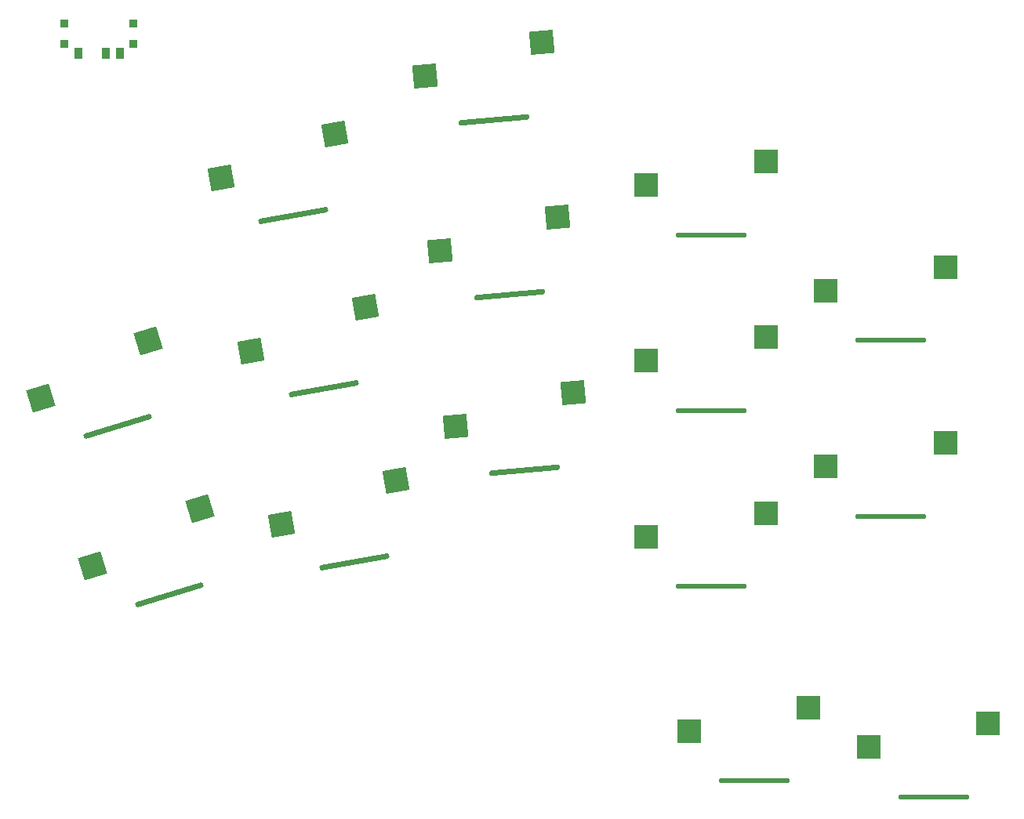
<source format=gbr>
%TF.GenerationSoftware,KiCad,Pcbnew,(6.0.4)*%
%TF.CreationDate,2022-09-04T01:56:30+02:00*%
%TF.ProjectId,wizza,77697a7a-612e-46b6-9963-61645f706362,v1.0.0*%
%TF.SameCoordinates,Original*%
%TF.FileFunction,Paste,Bot*%
%TF.FilePolarity,Positive*%
%FSLAX46Y46*%
G04 Gerber Fmt 4.6, Leading zero omitted, Abs format (unit mm)*
G04 Created by KiCad (PCBNEW (6.0.4)) date 2022-09-04 01:56:30*
%MOMM*%
%LPD*%
G01*
G04 APERTURE LIST*
G04 Aperture macros list*
%AMRoundRect*
0 Rectangle with rounded corners*
0 $1 Rounding radius*
0 $2 $3 $4 $5 $6 $7 $8 $9 X,Y pos of 4 corners*
0 Add a 4 corners polygon primitive as box body*
4,1,4,$2,$3,$4,$5,$6,$7,$8,$9,$2,$3,0*
0 Add four circle primitives for the rounded corners*
1,1,$1+$1,$2,$3*
1,1,$1+$1,$4,$5*
1,1,$1+$1,$6,$7*
1,1,$1+$1,$8,$9*
0 Add four rect primitives between the rounded corners*
20,1,$1+$1,$2,$3,$4,$5,0*
20,1,$1+$1,$4,$5,$6,$7,0*
20,1,$1+$1,$6,$7,$8,$9,0*
20,1,$1+$1,$8,$9,$2,$3,0*%
%AMRotRect*
0 Rectangle, with rotation*
0 The origin of the aperture is its center*
0 $1 length*
0 $2 width*
0 $3 Rotation angle, in degrees counterclockwise*
0 Add horizontal line*
21,1,$1,$2,0,0,$3*%
G04 Aperture macros list end*
%ADD10RotRect,2.550000X2.500000X5.000000*%
%ADD11RoundRect,0.147609X3.635590X0.466246X-3.661319X-0.172151X-3.635590X-0.466246X3.661319X0.172151X0*%
%ADD12RotRect,2.550000X2.500000X10.000000*%
%ADD13RoundRect,0.147609X3.581119X0.781334X-3.632383X-0.490601X-3.581119X-0.781334X3.632383X0.490601X0*%
%ADD14RotRect,2.550000X2.500000X17.000000*%
%ADD15RoundRect,0.147609X3.459205X1.211939X-3.545519X-0.929620X-3.459205X-1.211939X3.545519X0.929620X0*%
%ADD16R,2.550000X2.500000*%
%ADD17RoundRect,0.147609X3.662391X0.147609X-3.662391X0.147609X-3.662391X-0.147609X3.662391X-0.147609X0*%
%ADD18R,0.900000X0.900000*%
%ADD19R,0.900000X1.250000*%
G04 APERTURE END LIST*
D10*
%TO.C,S7*%
X241811409Y-82592881D03*
X254467842Y-78935884D03*
D11*
X249288537Y-87339268D03*
%TD*%
D10*
%TO.C,S8*%
X240155450Y-63665182D03*
D11*
X247632578Y-68411569D03*
D10*
X252811883Y-60008185D03*
%TD*%
D12*
%TO.C,S4*%
X221407992Y-93417383D03*
D13*
X229270341Y-97494033D03*
D12*
X233697535Y-88671221D03*
%TD*%
D14*
%TO.C,S1*%
X204248143Y-116631280D03*
X215867670Y-110422777D03*
D15*
X212548706Y-119719365D03*
%TD*%
D16*
%TO.C,S9*%
X264030601Y-113446367D03*
X276957601Y-110906367D03*
D17*
X271065601Y-118826367D03*
%TD*%
D16*
%TO.C,S12*%
X283430601Y-105846367D03*
D17*
X290465601Y-111226367D03*
D16*
X296357601Y-103306367D03*
%TD*%
%TO.C,S14*%
X268655601Y-134446367D03*
D17*
X275690601Y-139826367D03*
D16*
X281582601Y-131906367D03*
%TD*%
D12*
%TO.C,S3*%
X224707308Y-112128730D03*
X236996851Y-107382568D03*
D13*
X232569657Y-116205380D03*
%TD*%
D18*
%TO.C,T2*%
X208650615Y-58006416D03*
X201250615Y-58006416D03*
X208650615Y-60206416D03*
X201250615Y-60206416D03*
D19*
X202700615Y-61181416D03*
X205700615Y-61181416D03*
X207200615Y-61181416D03*
%TD*%
D10*
%TO.C,S6*%
X243467369Y-101520580D03*
D11*
X250944497Y-106266967D03*
D10*
X256123802Y-97863583D03*
%TD*%
D16*
%TO.C,S15*%
X288055601Y-136156367D03*
D17*
X295090601Y-141536367D03*
D16*
X300982601Y-133616367D03*
%TD*%
%TO.C,S11*%
X264030601Y-75446367D03*
D17*
X271065601Y-80826367D03*
D16*
X276957601Y-72906367D03*
%TD*%
D14*
%TO.C,S2*%
X198693080Y-98461489D03*
X210312607Y-92252986D03*
D15*
X206993643Y-101549574D03*
%TD*%
D16*
%TO.C,S13*%
X283430601Y-86846367D03*
X296357601Y-84306367D03*
D17*
X290465601Y-92226367D03*
%TD*%
D12*
%TO.C,S5*%
X218108677Y-74706036D03*
X230398220Y-69959874D03*
D13*
X225971026Y-78782686D03*
%TD*%
D16*
%TO.C,S10*%
X264030601Y-94446367D03*
D17*
X271065601Y-99826367D03*
D16*
X276957601Y-91906367D03*
%TD*%
M02*

</source>
